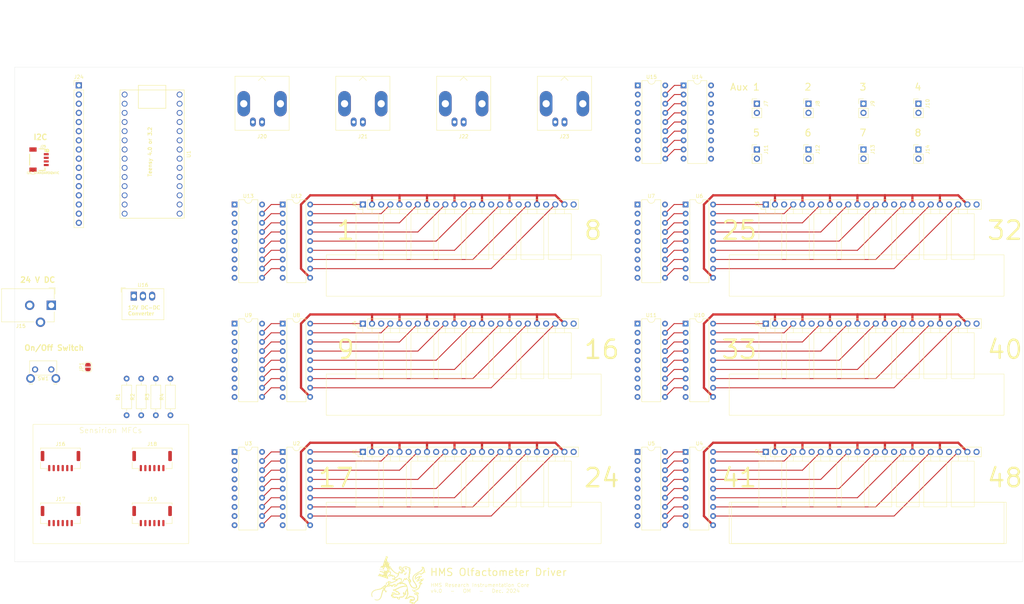
<source format=kicad_pcb>
(kicad_pcb (version 20240108) (generator "pcbnew") (generator_version "8.0")
  (title_block (company "HMS Research Instrumentation Core"))
  (layers (0 "F.Cu" signal) (31 "B.Cu" signal) (34 "B.Paste" user) (35 "F.Paste" user) (36 "B.SilkS" user "B.Silkscreen") (37 "F.SilkS" user "F.Silkscreen") (38 "B.Mask" user) (39 "F.Mask" user) (44 "Edge.Cuts" user))
  (net 0 "")
  (net 1 "Net-(J1-Pin_16)")
  (net 2 "+12V")
  (net 3 "Net-(J1-Pin_10)")
  (net 4 "Net-(JP1-A)")
  (net 5 "Net-(J1-Pin_13)")
  (net 6 "Net-(J1-Pin_22)")
  (net 11 "Net-(J1-Pin_1)")
  (net 15 "Net-(J1-Pin_19)")
  (net 17 "Net-(J1-Pin_4)")
  (net 19 "Net-(J1-Pin_7)")
  (net 20 "Net-(J2-Pin_10)")
  (net 21 "Net-(J2-Pin_7)")
  (net 22 "Net-(J2-Pin_13)")
  (net 25 "Net-(J2-Pin_1)")
  (net 30 "Net-(J2-Pin_4)")
  (net 32 "Net-(J2-Pin_16)")
  (net 37 "Net-(J2-Pin_22)")
  (net 38 "Net-(J2-Pin_19)")
  (net 39 "Net-(J3-Pin_19)")
  (net 41 "Net-(J3-Pin_7)")
  (net 43 "Net-(J3-Pin_4)")
  (net 44 "Net-(J3-Pin_13)")
  (net 47 "Net-(J3-Pin_22)")
  (net 49 "Net-(J3-Pin_1)")
  (net 51 "Net-(J3-Pin_10)")
  (net 53 "Net-(J3-Pin_16)")
  (net 57 "Net-(J4-Pin_22)")
  (net 58 "Net-(J4-Pin_13)")
  (net 59 "Net-(J4-Pin_19)")
  (net 61 "Net-(J4-Pin_16)")
  (net 63 "Net-(J4-Pin_7)")
  (net 66 "Net-(J4-Pin_4)")
  (net 69 "Net-(J4-Pin_1)")
  (net 70 "Net-(J4-Pin_10)")
  (net 71 "Net-(J5-Pin_22)")
  (net 73 "Net-(J5-Pin_13)")
  (net 74 "Net-(J5-Pin_4)")
  (net 75 "Net-(J5-Pin_1)")
  (net 76 "Net-(J5-Pin_7)")
  (net 77 "Net-(J5-Pin_10)")
  (net 80 "Net-(J5-Pin_19)")
  (net 85 "Net-(J5-Pin_16)")
  (net 87 "Net-(J6-Pin_19)")
  (net 93 "Net-(J6-Pin_4)")
  (net 95 "Net-(J6-Pin_10)")
  (net 96 "Net-(J6-Pin_7)")
  (net 97 "Net-(J6-Pin_1)")
  (net 100 "Net-(J6-Pin_22)")
  (net 101 "Net-(J6-Pin_16)")
  (net 102 "Net-(J6-Pin_13)")
  (net 103 "Net-(J7-Pin_1)")
  (net 104 "Net-(J8-Pin_1)")
  (net 105 "Net-(J9-Pin_1)")
  (net 106 "Net-(J10-Pin_1)")
  (net 107 "Net-(J11-Pin_1)")
  (net 108 "Net-(J12-Pin_1)")
  (net 109 "Net-(J13-Pin_1)")
  (net 110 "Net-(J14-Pin_1)")
  (net 111 "GND")
  (net 112 "Net-(J16-Pin_5)")
  (net 113 "/SCL-1")
  (net 114 "+24V")
  (net 115 "/SDA-1")
  (net 118 "Net-(J17-Pin_5)")
  (net 119 "Net-(J18-Pin_5)")
  (net 122 "Net-(J19-Pin_5)")
  (net 123 "Net-(J20-In)")
  (net 124 "Net-(J21-In)")
  (net 125 "Net-(J22-In)")
  (net 126 "Net-(J23-In)")
  (net 127 "Net-(J24-Pin_8)")
  (net 128 "Net-(J24-Pin_5)")
  (net 129 "Net-(J24-Pin_10)")
  (net 130 "+3.3V")
  (net 131 "Net-(J24-Pin_4)")
  (net 132 "Net-(J24-Pin_3)")
  (net 133 "Net-(J24-Pin_11)")
  (net 134 "Net-(J24-Pin_13)")
  (net 135 "Net-(J24-Pin_6)")
  (net 136 "Net-(J24-Pin_15)")
  (net 137 "Net-(J24-Pin_14)")
  (net 138 "Net-(J24-Pin_7)")
  (net 139 "Net-(J24-Pin_12)")
  (net 140 "Net-(J24-Pin_9)")
  (net 141 "SDA-0")
  (net 142 "SCL-0")
  (net 143 "Net-(U2-I7)")
  (net 144 "Net-(U2-I1)")
  (net 145 "Net-(U2-I2)")
  (net 146 "Net-(U2-I4)")
  (net 147 "Net-(U2-I3)")
  (net 148 "Net-(U2-I5)")
  (net 149 "Net-(U2-I8)")
  (net 150 "Net-(U2-I6)")
  (net 154 "Net-(U4-I8)")
  (net 155 "Net-(U4-I4)")
  (net 156 "Net-(U4-I1)")
  (net 157 "Net-(U4-I3)")
  (net 158 "Net-(U4-I5)")
  (net 159 "Net-(U4-I6)")
  (net 160 "Net-(U4-I2)")
  (net 161 "Net-(U4-I7)")
  (net 165 "Net-(U6-I1)")
  (net 166 "Net-(U6-I6)")
  (net 167 "Net-(U6-I4)")
  (net 168 "Net-(U6-I7)")
  (net 169 "Net-(U6-I2)")
  (net 170 "Net-(U6-I5)")
  (net 171 "Net-(U6-I3)")
  (net 172 "Net-(U6-I8)")
  (net 176 "Net-(U8-I6)")
  (net 177 "Net-(U8-I7)")
  (net 178 "Net-(U8-I1)")
  (net 179 "Net-(U8-I8)")
  (net 180 "Net-(U8-I3)")
  (net 181 "Net-(U8-I5)")
  (net 182 "Net-(U8-I2)")
  (net 183 "Net-(U8-I4)")
  (net 187 "Net-(U10-I3)")
  (net 188 "Net-(U10-I6)")
  (net 189 "Net-(U10-I4)")
  (net 190 "Net-(U10-I2)")
  (net 191 "Net-(U10-I1)")
  (net 192 "Net-(U10-I5)")
  (net 193 "Net-(U10-I7)")
  (net 194 "Net-(U10-I8)")
  (net 198 "Net-(U12-I6)")
  (net 199 "Net-(U12-I3)")
  (net 200 "Net-(U12-I2)")
  (net 201 "Net-(U12-I5)")
  (net 202 "Net-(U12-I8)")
  (net 203 "Net-(U12-I7)")
  (net 204 "Net-(U12-I4)")
  (net 205 "Net-(U12-I1)")
  (net 209 "Net-(U14-I2)")
  (net 210 "Net-(U14-I5)")
  (net 211 "Net-(U14-I4)")
  (net 212 "Net-(U14-I1)")
  (net 213 "Net-(U14-I7)")
  (net 214 "Net-(U14-I3)")
  (net 215 "Net-(U14-I8)")
  (net 216 "Net-(U14-I6)")
  (footprint "Package_DIP:DIP-18_W7.62mm" (layer "F.Cu") (at 140.335 106.68)
    (property "Reference" "U8")
    (property "Value" "ULN2803A")
  )
  (footprint "Connector_PinHeader_2.54mm:PinHeader_1x02_P2.54mm_Vertical" (layer "F.Cu") (at 286.084728 45.72)
    (property "Reference" "J8")
    (property "Value" "Conn_01x02" (hide yes))
  )
  (footprint "Connector_PinHeader_2.54mm:PinHeader_1x24_P2.54mm_Vertical" (layer "F.Cu") (at 274.249 106.68 90)
    (property "Reference" "J5")
    (property "Value" "Conn_01x24" (hide yes))
  )
  (footprint "MountingHole:MountingHole_3.2mm_M3" (layer "F.Cu") (at 225.425 128.905 90)
    (property "Reference" "H10" (hide yes))
    (property "Value" "MountingHole" (hide yes))
  )
  (footprint "Resistor_THT:R_Axial_DIN0207_L6.3mm_D2.5mm_P10.16mm_Horizontal" (layer "F.Cu") (at 105.17 132.08 90)
    (property "Reference" "R3")
    (property "Value" "R")
  )
  (footprint "Package_DIP:DIP-18_W7.62mm" (layer "F.Cu") (at 251.46 40.64)
    (property "Reference" "U14")
    (property "Value" "ULN2803A")
  )
  (footprint "RIC Logo Footprints:RIC_Logo_15mm" (layer "F.Cu") (at 172.4025 177.8)
    (property "Reference" "G1" (hide yes))
    (property "Value" "RIC_Logo" (hide yes))
  )
  (footprint "Connector_Molex:Molex_CLIK-Mate_502382-0670_1x06-1MP_P1.25mm_Vertical" (layer "F.Cu") (at 104.14 160.02)
    (property "Reference" "J19")
    (property "Value" "Conn_01x06")
  )
  (footprint "MountingHole:MountingHole_3.2mm_M3" (layer "F.Cu") (at 155.575 128.905 90)
    (property "Reference" "H4" (hide yes))
    (property "Value" "MountingHole" (hide yes))
  )
  (footprint "Connector_PinHeader_2.54mm:PinHeader_1x02_P2.54mm_Vertical" (layer "F.Cu") (at 286.084728 58.42)
    (property "Reference" "J12")
    (property "Value" "Conn_01x02" (hide yes))
  )
  (footprint "MountingHole:MountingHole_3.2mm_M3" (layer "F.Cu") (at 225.425 95.885 90)
    (property "Reference" "H12" (hide yes))
    (property "Value" "MountingHole" (hide yes))
  )
  (footprint "Package_DIP:DIP-18_W7.62mm" (layer "F.Cu") (at 252.024 106.68)
    (property "Reference" "U10")
    (property "Value" "ULN2803A")
  )
  (footprint "Package_DIP:DIP-18_W7.62mm" (layer "F.Cu") (at 238.689 73.66)
    (property "Reference" "U7")
    (property "Value" "MCP23008-xP")
  )
  (footprint "Connector_Molex:Molex_CLIK-Mate_502382-0670_1x06-1MP_P1.25mm_Vertical" (layer "F.Cu") (at 104.14 144.78)
    (property "Reference" "J18")
    (property "Value" "Conn_01x06")
  )
  (footprint "teensy:Teensy40_noInternalPins" (layer "F.Cu") (at 104.14 59.69 -90)
    (property "Reference" "U1")
    (property "Value" "Teensy4.0")
  )
  (footprint "Resistor_THT:R_Axial_DIN0207_L6.3mm_D2.5mm_P10.16mm_Horizontal" (layer "F.Cu") (at 109.22 132.08 90)
    (property "Reference" "R4")
    (property "Value" "R")
  )
  (footprint "Connector_BarrelJack:BarrelJack_CUI_PJ-102AH_Horizontal" (layer "F.Cu") (at 76.2 101.6 -90)
    (property "Reference" "J15")
    (property "Value" "24 V DC")
  )
  (footprint "Connector_Coaxial:BNC_Amphenol_B6252HB-NPP3G-50_Horizontal" (layer "F.Cu") (at 190.5 50.8)
    (property "Reference" "J22")
    (property "Value" "Conn_Coaxial")
  )
  (footprint "Resistor_THT:R_Axial_DIN0207_L6.3mm_D2.5mm_P10.16mm_Horizontal" (layer "F.Cu") (at 101.12 132.08 90)
    (property "Reference" "R2")
    (property "Value" "R")
  )
  (footprint "Jumper:SolderJumper-2_P1.3mm_Open_RoundedPad1.0x1.5mm" (layer "F.Cu") (at 86.36 118.73 90)
    (property "Reference" "JP1")
    (property "Value" "SolderJumper_2_Open")
  )
  (footprint "Package_DIP:DIP-18_W7.62mm" (layer "F.Cu") (at 127 106.68)
    (property "Reference" "U9")
    (property "Value" "MCP23008-xP")
  )
  (footprint "Connector_PinHeader_2.54mm:PinHeader_1x02_P2.54mm_Vertical" (layer "F.Cu") (at 301.324728 58.42)
    (property "Reference" "J13")
    (property "Value" "Conn_01x02" (hide yes))
  )
  (footprint "Connector_PinHeader_2.54mm:PinHeader_1x02_P2.54mm_Vertical" (layer "F.Cu") (at 301.324728 45.72)
    (property "Reference" "J9")
    (property "Value" "Conn_01x02" (hide yes))
  )
  (footprint "Connector_Coaxial:BNC_Amphenol_B6252HB-NPP3G-50_Horizontal" (layer "F.Cu") (at 134.62 50.8)
    (property "Reference" "J20")
    (property "Value" "Conn_Coaxial")
  )
  (footprint "MountingHole:MountingHole_3.2mm_M3" (layer "F.Cu") (at 267.264 128.905 90)
    (property "Reference" "H5" (hide yes))
    (property "Value" "MountingHole" (hide yes))
  )
  (footprint "Package_DIP:DIP-18_W7.62mm" (layer "F.Cu") (at 252.024 142.24)
    (property "Reference" "U4")
    (property "Value" "ULN2803A")
  )
  (footprint "Connector_PinHeader_2.54mm:PinHeader_1x24_P2.54mm_Vertical" (layer "F.Cu") (at 162.56 106.68 90)
    (property "Reference" "J4")
    (property "Value" "Conn_01x24" (hide yes))
  )
  (footprint "Converter_DCDC:Converter_DCDC_RECOM_R-78B-2.0_THT" (layer "F.Cu") (at 99.06 99.06)
    (property "Reference" "U16")
    (property "Value" "R-78B12-2.0")
  )
  (footprint "Connector_PinHeader_2.54mm:PinHeader_1x24_P2.54mm_Vertical" (layer "F.Cu") (at 274.249 142.24 90)
    (property "Reference" "J2")
    (property "Value" "Conn_01x24" (hide yes))
  )
  (footprint "Button_Switch_THT:SW_SPST_Omron_B3F-315x_Angled" (layer "F.Cu") (at 71.7 119.38)
    (property "Reference" "SW1")
    (property "Value" "SW_SPST")
  )
  (footprint "Connector_PinHeader_2.54mm:PinHeader_1x02_P2.54mm_Vertical" (layer "F.Cu") (at 271.78 58.42)
    (property "Reference" "J11")
    (property "Value" "Conn_01x02" (hide yes))
  )
  (footprint "Package_DIP:DIP-18_W7.62mm" (layer "F.Cu") (at 127 73.66)
    (property "Reference" "U13")
    (property "Value" "MCP23008-xP")
  )
  (footprint "MountingHole:MountingHole_3.2mm_M3" (layer "F.Cu") (at 337.114 95.885 90)
    (property "Reference" "H9" (hide yes))
    (property "Value" "MountingHole" (hide yes))
  )
  (footprint "MountingHole:MountingHole_3.2mm_M3" (layer "F.Cu") (at 225.425 164.465 90)
    (property "Reference" "H7" (hide yes))
    (property "Value" "MountingHole" (hide yes))
  )
  (footprint "Package_DIP:DIP-18_W7.62mm" (layer "F.Cu") (at 140.335 142.24)
    (property "Reference" "U2")
    (property "Value" "ULN2803A")
  )
  (footprint "SparkFun-Connectors:1X04_1MM_RA" (layer "F.Cu") (at 74.79284 61.21908 -90)
    (property "Reference" "J25")
    (property "Value" "I2C_STANDARDQWIIC")
  )
  (footprint "Package_DIP:DIP-18_W7.62mm" (layer "F.Cu") (at 238.76 40.64)
    (property "Reference" "U15")
    (property "Value" "MCP23008-xP")
  )
  (footprint "MountingHole:MountingHole_3.2mm_M3" (layer "F.Cu") (at 337.114 164.465 90)
    (property "Reference" "H8" (hide yes))
    (property "Value" "MountingHole" (hide yes))
  )
  (footprint "Resistor_THT:R_Axial_DIN0207_L6.3mm_D2.5mm_P10.16mm_Horizontal" (layer "F.Cu") (at 97.07 132.08 90)
    (property "Reference" "R1")
    (property "Value" "R")
  )
  (footprint "Package_DIP:DIP-18_W7.62mm" (layer "F.Cu") (at 238.689 106.68)
    (property "Reference" "U11")
    (property "Value" "MCP23008-xP")
  )
  (footprint "Connector_PinHeader_2.54mm:PinHeader_1x02_P2.54mm_Vertical" (layer "F.Cu") (at 316.564728 45.72)
    (property "Reference" "J10")
    (property "Value" "Conn_01x02" (hide yes))
  )
  (footprint "Package_DIP:DIP-18_W7.62mm" (layer "F.Cu") (at 238.689 142.24)
    (property "Reference" "U5")
    (property "Value" "MCP23008-xP")
  )
  (footprint "Package_DIP:DIP-18_W7.62mm" (layer "F.Cu") (at 127 142.24)
    (property "Reference" "U3")
    (property "Value" "MCP23008-xP")
  )
  (footprint "Package_DIP:DIP-18_W7.62mm" (layer "F.Cu") (at 140.335 73.66)
    (property "Reference" "U12")
    (property "Value" "ULN2803A")
  )
  (footprint "Connector_PinHeader_2.54mm:PinHeader_1x24_P2.54mm_Vertical" (layer "F.Cu") (at 162.56 73.66 90)
    (property "Reference" "J6")
    (property "Value" "Conn_01x24" (hide yes))
  )
  (footprint "Connector_PinHeader_2.54mm:PinHeader_1x02_P2.54mm_Vertical" (layer "F.Cu") (at 316.564728 58.42)
    (property "Reference" "J14")
    (property "Value" "Conn_01x02" (hide yes))
  )
  (footprint "Connector_Coaxial:BNC_Amphenol_B6252HB-NPP3G-50_Horizontal" (layer "F.Cu") (at 162.56 50.8)
    (property "Reference" "J21")
    (property "Value" "Conn_Coaxial")
  )
  (footprint "MountingHole:MountingHole_3.2mm_M3" (layer "F.Cu") (at 267.264 95.885 90)
    (property "Reference" "H3" (hide yes))
    (property "Value" "MountingHole" (hide yes))
  )
  (footprint "Package_DIP:DIP-18_W7.62mm" (layer "F.Cu") (at 252.024 73.66)
    (property "Reference" "U6")
    (property "Value" "ULN2803A")
  )
  (footprint "Connector_Molex:Molex_CLIK-Mate_502382-0670_1x06-1MP_P1.25mm_Vertical" (layer "F.Cu") (at 78.74 144.78)
    (property "Reference" "J16")
    (property "Value" "Conn_01x06")
  )
  (footprint "Connector_PinHeader_2.54mm:PinHeader_1x02_P2.54mm_Vertical" (layer "F.Cu") (at 271.78 45.72)
    (property "Reference" "J7")
    (property "Value" "Conn_01x02" (hide yes))
  )
  (footprint "MountingHole:MountingHole_3.2mm_M3" (layer "F.Cu") (at 267.264 164.465 90)
    (property "Reference" "H2" (hide yes))
    (property "Value" "MountingHole" (hide yes))
  )
  (footprint "MountingHole:MountingHole_3.2mm_M3" (layer "F.Cu") (at 155.575 95.885 90)
    (property "Reference" "H6" (hide yes))
    (property "Value" "MountingHole" (hide yes))
  )
  (footprint "Connector_PinHeader_2.54mm:PinHeader_1x16_P2.54mm_Vertical" (layer "F.Cu") (at 83.82 40.64)
    (property "Reference" "J24")
    (property "Value" "Conn_01x16")
  )
  (footprint "Connector_PinHeader_2.54mm:PinHeader_1x24_P2.54mm_Vertical" (layer "F.Cu") (at 274.249 73.66 90)
    (property "Reference" "J3")
    (property "Value" "Conn_01x24" (hide yes))
  )
  (footprint "MountingHole:MountingHole_3.2mm_M3" (layer "F.Cu") (at 337.114 128.905 90)
    (property "Reference" "H11" (hide yes))
    (property "Value" "MountingHole" (hide yes))
  )
  (footprint "Connector_Coaxial:BNC_Amphenol_B6252HB-NPP3G-50_Horizontal" (layer "F.Cu") (at 218.44 50.8)
    (property "Reference" "J23")
    (property "Value" "Conn_Coaxial")
  )
  (footprint "MountingHole:MountingHole_3.2mm_M3" (layer "F.Cu") (at 155.575 164.465 90)
    (property "Reference" "H1" (hide yes))
    (property "Value" "MountingHole" (hide yes))
  )
  (footprint "Connector_PinHeader_2.54mm:PinHeader_1x24_P2.54mm_Vertical" (layer "F.Cu") (at 162.56 142.24 90)
    (property "Reference" "J1")
    (property "Value" "Conn_01x24" (hide yes))
  )
  (footprint "Connector_Molex:Molex_CLIK-Mate_502382-0670_1x06-1MP_P1.25mm_Vertical" (layer "F.Cu") (at 78.74 160.02)
    (property "Reference" "J17")
    (property "Value" "Conn_01x06")
  )
  (gr_rect (start 168.275 109.22) (end 174.625 121.92) (stroke (width 0.1)) (fill none) (layer "F.SilkS"))
  (gr_line (start 200.66 144.78) (end 200.66 142.24) (stroke (width 0.1)) (layer "F.SilkS"))
  (gr_line (start 319.969 109.22) (end 319.969 106.68) (stroke (width 0.1)) (layer "F.SilkS"))
  (gr_line (start 193.04 109.22) (end 193.04 106.68) (stroke (width 0.1)) (layer "F.SilkS"))
  (gr_line (start 210.82 142.24) (end 210.82 144.78) (stroke (width 0.1)) (layer "F.SilkS"))
  (gr_line (start 284.409 73.66) (end 284.409 76.2) (stroke (width 0.1)) (layer "F.SilkS"))
  (gr_line (start 165.1 142.24) (end 165.1 144.78) (stroke (width 0.1)) (layer "F.SilkS"))
  (gr_line (start 172.72 73.66) (end 172.72 76.2) (stroke (width 0.1)) (layer "F.SilkS"))
  (gr_line (start 215.9 109.22) (end 215.9 106.68) (stroke (width 0.1)) (layer "F.SilkS"))
  (gr_line (start 218.44 73.66) (end 218.44 76.2) (stroke (width 0.1)) (layer "F.SilkS"))
  (gr_line (start 210.82 73.66) (end 210.82 76.2) (stroke (width 0.1)) (layer "F.SilkS"))
  (gr_rect (start 160.655 109.22) (end 167.005 121.92) (stroke (width 0.1)) (fill none) (layer "F.SilkS"))
  (gr_rect (start 287.584 109.22) (end 293.934 121.92) (stroke (width 0.1)) (fill none) (layer "F.SilkS"))
  (gr_line (start 162.56 76.2) (end 162.56 73.66) (stroke (width 0.1)) (layer "F.SilkS"))
  (gr_line (start 203.2 73.66) (end 203.2 76.2) (stroke (width 0.1)) (layer "F.SilkS"))
  (gr_line (start 327.589 76.2) (end 327.589 73.66) (stroke (width 0.1)) (layer "F.SilkS"))
  (gr_rect (start 183.515 109.22) (end 189.865 121.92) (stroke (width 0.1)) (fill none) (layer "F.SilkS"))
  (gr_rect (start 198.755 144.78) (end 205.105 157.48) (stroke (width 0.1)) (fill none) (layer "F.SilkS"))
  (gr_line (start 299.649 106.68) (end 299.649 109.22) (stroke (width 0.1)) (layer "F.SilkS"))
  (gr_line (start 312.349 76.2) (end 312.349 73.66) (stroke (width 0.1)) (layer "F.SilkS"))
  (gr_rect (start 213.995 144.78) (end 220.345 157.48) (stroke (width 0.1)) (fill none) (layer "F.SilkS"))
  (gr_line (start 172.72 142.24) (end 172.72 144.78) (stroke (width 0.1)) (layer "F.SilkS"))
  (gr_rect (start 175.895 76.2) (end 182.245 88.9) (stroke (width 0.1)) (fill none) (layer "F.SilkS"))
  (gr_line (start 297.109 109.22) (end 297.109 106.68) (stroke (width 0.1)) (layer "F.SilkS"))
  (gr_line (start 165.1 73.66) (end 165.1 76.2) (stroke (width 0.1)) (layer "F.SilkS"))
  (gr_line (start 203.2 142.24) (end 203.2 144.78) (stroke (width 0.1)) (layer "F.SilkS"))
  (gr_rect (start 206.375 76.2) (end 212.725 88.9) (stroke (width 0.1)) (fill none) (layer "F.SilkS"))
  (gr_line (start 177.8 76.2) (end 177.8 73.66) (stroke (width 0.1)) (layer "F.SilkS"))
  (gr_line (start 327.589 144.78) (end 327.589 142.24) (stroke (width 0.1)) (layer "F.SilkS"))
  (gr_line (start 215.9 76.2) (end 215.9 73.66) (stroke (width 0.1)) (layer "F.SilkS"))
  (gr_line (start 289.489 109.22) (end 289.489 106.68) (stroke (width 0.1)) (layer "F.SilkS"))
  (gr_rect (start 264.724 156.21) (end 340.924 167.64) (stroke (width 0.1)) (fill none) (layer "F.SilkS"))
  (gr_line (start 185.42 76.2) (end 185.42 73.66) (stroke (width 0.1)) (layer "F.SilkS"))
  (gr_line (start 185.42 109.22) (end 185.42 106.68) (stroke (width 0.1)) (layer "F.SilkS"))
  (gr_line (start 170.18 109.22) (end 170.18 106.68) (stroke (width 0.1)) (layer "F.SilkS"))
  (gr_line (start 172.72 106.68) (end 172.72 109.22) (stroke (width 0.1)) (layer "F.SilkS"))
  (gr_rect (start 287.584 144.78) (end 293.934 157.48) (stroke (width 0.1)) (fill none) (layer "F.SilkS"))
  (gr_line (start 200.66 76.2) (end 200.66 73.66) (stroke (width 0.1)) (layer "F.SilkS"))
  (gr_rect (start 160.655 76.2) (end 167.005 88.9) (stroke (width 0.1)) (fill none) (layer "F.SilkS"))
  (gr_line (start 297.109 76.2) (end 297.109 73.66) (stroke (width 0.1)) (layer "F.SilkS"))
  (gr_rect (start 302.824 144.78) (end 309.174 157.48) (stroke (width 0.1)) (fill none) (layer "F.SilkS"))
  (gr_line (start 322.509 142.24) (end 322.509 144.78) (stroke (width 0.1)) (layer "F.SilkS"))
  (gr_line (start 289.489 76.2) (end 289.489 73.66) (stroke (width 0.1)) (layer "F.SilkS"))
  (gr_line (start 330.129 142.24) (end 330.129 144.78) (stroke (width 0.1)) (layer "F.SilkS"))
  (gr_line (start 208.28 76.2) (end 208.28 73.66) (stroke (width 0.1)) (layer "F.SilkS"))
  (gr_rect (start 175.895 109.22) (end 182.245 121.92) (stroke (width 0.1)) (fill none) (layer "F.SilkS"))
  (gr_rect (start 295.204 144.78) (end 301.554 157.48) (stroke (width 0.1)) (fill none) (layer "F.SilkS"))
  (gr_line (start 307.269 142.24) (end 307.269 144.78) (stroke (width 0.1)) (layer "F.SilkS"))
  (gr_rect (start 71.12 134.62) (end 114.3 167.64) (stroke (width 0.1)) (fill none) (layer "F.SilkS"))
  (gr_line (start 215.9 144.78) (end 215.9 142.24) (stroke (width 0.1)) (layer "F.SilkS"))
  (gr_rect (start 272.344 109.22) (end 278.694 121.92) (stroke (width 0.1)) (fill none) (layer "F.SilkS"))
  (gr_line (start 187.96 142.24) (end 187.96 144.78) (stroke (width 0.1)) (layer "F.SilkS"))
  (gr_rect (start 191.135 76.2) (end 197.485 88.9) (stroke (width 0.1)) (fill none) (layer "F.SilkS"))
  (gr_line (start 218.44 106.68) (end 218.44 109.22) (stroke (width 0.1)) (layer "F.SilkS"))
  (gr_line (start 203.2 106.68) (end 203.2 109.22) (stroke (width 0.1)) (layer "F.SilkS"))
  (gr_rect (start 198.755 76.2) (end 205.105 88.9) (stroke (width 0.1)) (fill none) (layer "F.SilkS"))
  (gr_rect (start 264.089 87.63) (end 340.289 99.06) (stroke (width 0.1)) (fill none) (layer "F.SilkS"))
  (gr_line (start 314.889 73.66) (end 314.889 76.2) (stroke (width 0.1)) (layer "F.SilkS"))
  (gr_line (start 170.18 144.78) (end 170.18 142.24) (stroke (width 0.1)) (layer "F.SilkS"))
  (gr_rect (start 310.444 76.2) (end 316.794 88.9) (stroke (width 0.1)) (fill none) (layer "F.SilkS"))
  (gr_rect (start 325.684 76.2) (end 332.034 88.9) (stroke (width 0.1)) (fill none) (layer "F.SilkS"))
  (gr_line (start 307.269 106.68) (end 307.269 109.22) (stroke (width 0.1)) (layer "F.SilkS"))
  (gr_rect (start 168.275 144.78) (end 174.625 157.48) (stroke (width 0.1)) (fill none) (layer "F.SilkS"))
  (gr_rect (start 295.204 109.22) (end 301.554 121.92) (stroke (width 0.1)) (fill none) (layer "F.SilkS"))
  (gr_rect (start 279.964 76.2) (end 286.314 88.9) (stroke (width 0.1)) (fill none) (layer "F.SilkS"))
  (gr_line (start 319.969 76.2) (end 319.969 73.66) (stroke (width 0.1)) (layer "F.SilkS"))
  (gr_line (start 314.889 106.68) (end 314.889 109.22) (stroke (width 0.1)) (layer "F.SilkS"))
  (gr_rect (start 183.515 76.2) (end 189.865 88.9) (stroke (width 0.1)) (fill none) (layer "F.SilkS"))
  (gr_rect (start 191.135 109.22) (end 197.485 121.92) (stroke (width 0.1)) (fill none) (layer "F.SilkS"))
  (gr_rect (start 325.684 109.22) (end 332.034 121.92) (stroke (width 0.1)) (fill none) (layer "F.SilkS"))
  (gr_rect (start 191.135 144.78) (end 197.485 157.48) (stroke (width 0.1)) (fill none) (layer "F.SilkS"))
  (gr_rect (start 318.064 109.22) (end 324.414 121.92) (stroke (width 0.1)) (fill none) (layer "F.SilkS"))
  (gr_line (start 276.789 106.68) (end 276.789 109.22) (stroke (width 0.1)) (layer "F.SilkS"))
  (gr_rect (start 213.995 76.2) (end 220.345 88.9) (stroke (width 0.1)) (fill none) (layer "F.SilkS"))
  (gr_line (start 322.509 106.68) (end 322.509 109.22) (stroke (width 0.1)) (layer "F.SilkS"))
  (gr_line (start 276.789 142.24) (end 276.789 144.78) (stroke (width 0.1)) (layer "F.SilkS"))
  (gr_line (start 292.029 73.66) (end 292.029 76.2) (stroke (width 0.1)) (layer "F.SilkS"))
  (gr_rect (start 287.584 76.2) (end 293.934 88.9) (stroke (width 0.1)) (fill none) (layer "F.SilkS"))
  (gr_line (start 281.869 144.78) (end 281.869 142.24) (stroke (width 0.1)) (layer "F.SilkS"))
  (gr_line (start 193.04 76.2) (end 193.04 73.66) (stroke (width 0.1)) (layer "F.SilkS"))
  (gr_rect (start 272.344 76.2) (end 278.694 88.9) (stroke (width 0.1)) (fill none) (layer "F.SilkS"))
  (gr_line (start 162.56 109.22) (end 162.56 106.68) (stroke (width 0.1)) (layer "F.SilkS"))
  (gr_line (start 218.44 142.24) (end 218.44 144.78) (stroke (width 0.1)) (layer "F.SilkS"))
  (gr_line (start 304.729 76.2) (end 304.729 73.66) (stroke (width 0.1)) (layer "F.SilkS"))
  (gr_line (start 292.029 106.68) (end 292.029 109.22) (stroke (width 0.1)) (layer "F.SilkS"))
  (gr_line (start 304.729 109.22) (end 304.729 106.68) (stroke (width 0.1)) (layer "F.SilkS"))
  (gr_line (start 299.649 142.24) (end 299.649 144.78) (stroke (width 0.1)) (layer "F.SilkS"))
  (gr_line (start 180.34 73.66) (end 180.34 76.2) (stroke (width 0.1)) (layer "F.SilkS"))
  (gr_line (start 284.409 142.24) (end 284.409 144.78) (stroke (width 0.1)) (layer "F.SilkS"))
  (gr_line (start 276.789 73.66) (end 276.789 76.2) (stroke (width 0.1)) (layer "F.SilkS"))
  (gr_line (start 177.8 144.78) (end 177.8 142.24) (stroke (width 0.1)) (layer "F.SilkS"))
  (gr_line (start 281.869 76.2) (end 281.869 73.66) (stroke (width 0.1)) (layer "F.SilkS"))
  (gr_line (start 312.349 109.22) (end 312.349 106.68) (stroke (width 0.1)) (layer "F.SilkS"))
  (gr_line (start 322.509 73.66) (end 322.509 76.2) (stroke (width 0.1)) (layer "F.SilkS"))
  (gr_rect (start 152.4 156.21) (end 228.6 167.64) (stroke (width 0.1)) (fill none) (layer "F.SilkS"))
  (gr_rect (start 310.444 109.22) (end 316.794 121.92) (stroke (width 0.1)) (fill none) (layer "F.SilkS"))
  (gr_line (start 289.489 144.78) (end 289.489 142.24) (stroke (width 0.1)) (layer "F.SilkS"))
  (gr_rect (start 168.275 76.2) (end 174.625 88.9) (stroke (width 0.1)) (fill none) (layer "F.SilkS"))
  (gr_rect (start 183.515 144.78) (end 189.865 157.48) (stroke (width 0.1)) (fill none) (layer "F.SilkS"))
  (gr_line (start 330.129 73.66) (end 330.129 76.2) (stroke (width 0.1)) (layer "F.SilkS"))
  (gr_line (start 284.409 106.68) (end 284.409 109.22) (stroke (width 0.1)) (layer "F.SilkS"))
  (gr_rect (start 295.204 76.2) (end 301.554 88.9) (stroke (width 0.1)) (fill none) (layer "F.SilkS"))
  (gr_line (start 307.269 73.66) (end 307.269 76.2) (stroke (width 0.1)) (layer "F.SilkS"))
  (gr_line (start 177.8 109.22) (end 177.8 106.68) (stroke (width 0.1)) (layer "F.SilkS"))
  (gr_line (start 274.249 76.2) (end 274.249 73.66) (stroke (width 0.1)) (layer "F.SilkS"))
  (gr_line (start 327.589 109.22) (end 327.589 106.68) (stroke (width 0.1)) (layer "F.SilkS"))
  (gr_rect (start 279.964 109.22) (end 286.314 121.92) (stroke (width 0.1)) (fill none) (layer "F.SilkS"))
  (gr_line (start 187.96 106.68) (end 187.96 109.22) (stroke (width 0.1)) (layer "F.SilkS"))
  (gr_line (start 180.34 142.24) (end 180.34 144.78) (stroke (width 0.1)) (layer "F.SilkS"))
  (gr_line (start 195.58 142.24) (end 195.58 144.78) (stroke (width 0.1)) (layer "F.SilkS"))
  (gr_line (start 180.34 106.68) (end 180.34 109.22) (stroke (width 0.1)) (layer "F.SilkS"))
  (gr_line (start 274.249 144.78) (end 274.249 142.24) (stroke (width 0.1)) (layer "F.SilkS"))
  (gr_rect (start 160.655 144.78) (end 167.005 157.48) (stroke (width 0.1)) (fill none) (layer "F.SilkS"))
  (gr_line (start 195.58 73.66) (end 195.58 76.2) (stroke (width 0.1)) (layer "F.SilkS"))
  (gr_line (start 292.029 142.24) (end 292.029 144.78) (stroke (width 0.1)) (layer "F.SilkS"))
  (gr_line (start 165.1 106.68) (end 165.1 109.22) (stroke (width 0.1)) (layer "F.SilkS"))
  (gr_rect (start 264.089 120.65) (end 340.289 132.08) (stroke (width 0.1)) (fill none) (layer "F.SilkS"))
  (gr_line (start 297.109 144.78) (end 297.109 142.24) (stroke (width 0.1)) (layer "F.SilkS"))
  (gr_rect (start 318.064 144.78) (end 324.414 157.48) (stroke (width 0.1)) (fill none) (layer "F.SilkS"))
  (gr_line (start 162.56 144.78) (end 162.56 142.24) (stroke (width 0.1)) (layer "F.SilkS"))
  (gr_rect (start 175.895 144.78) (end 182.245 157.48) (stroke (width 0.1)) (fill none) (layer "F.SilkS"))
  (gr_rect (start 152.4 120.65) (end 228.6 132.08) (stroke (width 0.1)) (fill none) (layer "F.SilkS"))
  (gr_rect (start 279.964 144.78) (end 286.314 157.48) (stroke (width 0.1)) (fill none) (layer "F.SilkS"))
  (gr_line (start 319.969 144.78) (end 319.969 142.24) (stroke (width 0.1)) (layer "F.SilkS"))
  (gr_line (start 200.66 109.22) (end 200.66 106.68) (stroke (width 0.1)) (layer "F.SilkS"))
  (gr_rect (start 213.995 109.22) (end 220.345 121.92) (stroke (width 0.1)) (fill none) (layer "F.SilkS"))
  (gr_rect (start 206.375 109.22) (end 212.725 121.92) (stroke (width 0.1)) (fill none) (layer "F.SilkS"))
  (gr_rect (start 272.344 144.78) (end 278.694 157.48) (stroke (width 0.1)) (fill none) (layer "F.SilkS"))
  (gr_line (start 274.249 109.22) (end 274.249 106.68) (stroke (width 0.1)) (layer "F.SilkS"))
  (gr_line (start 210.82 106.68) (end 210.82 109.22) (stroke (width 0.1)) (layer "F.SilkS"))
  (gr_line (start 187.96 73.66) (end 187.96 76.2) (stroke (width 0.1)) (layer "F.SilkS"))
  (gr_line (start 208.28 144.78) (end 208.28 142.24) (stroke (width 0.1)) (layer "F.SilkS"))
  (gr_rect (start 264.089 156.21) (end 340.289 167.64) (stroke (width 0.1)) (fill none) (layer "F.SilkS"))
  (gr_rect (start 206.375 144.78) (end 212.725 157.48) (stroke (width 0.1)) (fill none) (layer "F.SilkS"))
  (gr_rect (start 318.064 76.2) (end 324.414 88.9) (stroke (width 0.1)) (fill none) (layer "F.SilkS"))
  (gr_line (start 193.04 144.78) (end 193.04 142.24) (stroke (width 0.1)) (layer "F.SilkS"))
  (gr_line (start 208.28 109.22) (end 208.28 106.68) (stroke (width 0.1)) (layer "F.SilkS"))
  (gr_line (start 330.129 106.68) (end 330.129 109.22) (stroke (width 0.1)) (layer "F.SilkS"))
  (gr_line (start 185.42 144.78) (end 185.42 142.24) (stroke (width 0.1)) (layer "F.SilkS"))
  (gr_rect (start 302.824 76.2) (end 309.174 88.9) (stroke (width 0.1)) (fill none) (layer "F.SilkS"))
  (gr_line (start 170.18 76.2) (end 170.18 73.66) (stroke (width 0.1)) (layer "F.SilkS"))
  (gr_rect (start 310.444 144.78) (end 316.794 157.48) (stroke (width 0.1)) (fill none) (layer "F.SilkS"))
  (gr_rect (start 325.684 144.78) (end 332.034 157.48) (stroke (width 0.1)) (fill none) (layer "F.SilkS"))
  (gr_rect (start 198.755 109.22) (end 205.105 121.92) (stroke (width 0.1)) (fill none) (layer "F.SilkS"))
  (gr_line (start 312.349 144.78) (end 312.349 142.24) (stroke (width 0.1)) (layer "F.SilkS"))
  (gr_rect (start 152.4 87.63) (end 228.6 99.06) (stroke (width 0.1)) (fill none) (layer "F.SilkS"))
  (gr_line (start 195.58 106.68) (end 195.58 109.22) (stroke (width 0.1)) (layer "F.SilkS"))
  (gr_rect (start 302.824 109.22) (end 309.174 121.92) (stroke (width 0.1)) (fill none) (layer "F.SilkS"))
  (gr_line (start 281.869 109.22) (end 281.869 106.68) (stroke (width 0.1)) (layer "F.SilkS"))
  (gr_line (start 304.729 144.78) (end 304.729 142.24) (stroke (width 0.1)) (layer "F.SilkS"))
  (gr_line (start 314.889 142.24) (end 314.889 144.78) (stroke (width 0.1)) (layer "F.SilkS"))
  (gr_line (start 299.649 73.66) (end 299.649 76.2) (stroke (width 0.1)) (layer "F.SilkS"))
  (gr_rect (start 66.04 35.56) (end 345.44 172.72) (stroke (width 0.05)) (fill none) (layer "Edge.Cuts"))
  (gr_text "HMS Research Instrumentation Core\nv4.0   -   OM   -   Dec. 2024" (at 181.2925 181.356 0) (layer "F.SilkS") (effects (font (size 1 1) (thickness 0.1)) (justify left bottom)))
  (gr_text "Teensy 4.0 or 3.2" (at 104.14 66.04 90) (layer "F.SilkS") (effects (font (size 1.016 1.016) (thickness 0.1905)) (justify left bottom)))
  (gr_text "1" (at 154.94 83.82 0) (layer "F.SilkS") (effects (font (size 5.08 5.08) (thickness 0.635)) (justify left bottom)))
  (gr_text "48" (at 335.28 152.4 0) (layer "F.SilkS") (effects (font (size 5.08 5.08) (thickness 0.635)) (justify left bottom)))
  (gr_text "8" (at 317.5 54.911829 0) (layer "F.SilkS") (effects (font (size 1.905 1.905) (thickness 0.254)) (justify right bottom)))
  (gr_text "32" (at 335.28 83.82 0) (layer "F.SilkS") (effects (font (size 5.08 5.08) (thickness 0.635)) (justify left bottom)))
  (gr_text "9" (at 154.94 116.84 0) (layer "F.SilkS") (effects (font (size 5.08 5.08) (thickness 0.635)) (justify left bottom)))
  (gr_text "5" (at 272.715272 54.911829 0) (layer "F.SilkS") (effects (font (size 1.905 1.905) (thickness 0.254)) (justify right bottom)))
  (gr_text "I2C" (at 71.12 55.88 0) (layer "F.SilkS") (effects (font (size 1.524 1.524) (thickness 0.3048) (bold yes)) (justify left bottom)))
  (gr_text "4" (at 317.5 42.211829 0) (layer "F.SilkS") (effects (font (size 1.905 1.905) (thickness 0.254)) (justify right bottom)))
  (gr_text "16" (at 223.52 116.84 0) (layer "F.SilkS") (effects (font (size 5.08 5.08) (thickness 0.635)) (justify left bottom)))
  (gr_text "41" (at 261.62 152.4 0) (layer "F.SilkS") (effects (font (size 5.08 5.08) (thickness 0.635)) (justify left bottom)))
  (gr_text "8" (at 223.52 83.82 0) (layer "F.SilkS") (effects (font (size 5.08 5.08) (thickness 0.635)) (justify left bottom)))
  (gr_text "Aux 1" (at 272.715272 42.211829 0) (layer "F.SilkS") (effects (font (size 1.905 1.905) (thickness 0.254)) (justify right bottom)))
  (gr_text "24" (at 223.52 152.4 0) (layer "F.SilkS") (effects (font (size 5.08 5.08) (thickness 0.635)) (justify left bottom)))
  (gr_text "40" (at 335.28 116.84 0) (layer "F.SilkS") (effects (font (size 5.08 5.08) (thickness 0.635)) (justify left bottom)))
  (gr_text "17" (at 149.86 152.4 0) (layer "F.SilkS") (effects (font (size 5.08 5.08) (thickness 0.635)) (justify left bottom)))
  (gr_text "Sensirion MFCs" (at 83.82 137.16 0) (layer "F.SilkS") (effects (font (size 1.524 1.524) (thickness 0.1)) (justify left bottom)))
  (gr_text "3" (at 302.26 42.211829 0) (layer "F.SilkS") (effects (font (size 1.905 1.905) (thickness 0.254)) (justify right bottom)))
  (gr_text "6" (at 287.02 54.911829 0) (layer "F.SilkS") (effects (font (size 1.905 1.905) (thickness 0.254)) (justify right bottom)))
  (gr_text "HMS Olfactometer Driver" (at 181.0385 176.784 0) (layer "F.SilkS") (effects (font (size 2.032 2.032) (thickness 0.254)) (justify left bottom)))
  (gr_text "7" (at 302.26 54.911829 0) (layer "F.SilkS") (effects (font (size 1.905 1.905) (thickness 0.254)) (justify right bottom)))
  (gr_text "2" (at 287.02 42.211829 0) (layer "F.SilkS") (effects (font (size 1.905 1.905) (thickness 0.254)) (justify right bottom)))
  (gr_text "On/Off Switch" (at 68.58 114.3 0) (layer "F.SilkS") (effects (font (size 1.524 1.524) (thickness 0.3048) (bold yes)) (justify left bottom)))
  (gr_text "12V DC-DC \nConverter" (at 97.356134 104.481391 0) (layer "F.SilkS") (effects (font (size 1.016 1.016) (thickness 0.1905)) (justify left bottom)))
  (gr_text "33" (at 261.62 116.84 0) (layer "F.SilkS") (effects (font (size 5.08 5.08) (thickness 0.635)) (justify left bottom)))
  (gr_text "25" (at 261.62 83.82 0) (layer "F.SilkS") (effects (font (size 5.08 5.08) (thickness 0.635)) (justify left bottom)))
  (segment (start 147.955 154.94) (end 187.96 154.94) (width 0.254) (layer "F.Cu") (net 1))
  (segment (start 187.96 154.94) (end 200.66 142.24) (width 0.254) (layer "F.Cu") (net 1))
  (segment (start 165.1 104.14) (end 147.955 104.14) (width 0.635) (layer "F.Cu") (net 2))
  (segment (start 257.104 160.02) (end 259.644 162.56) (width 0.635) (layer "F.Cu") (net 2))
  (segment (start 307.269 73.66) (end 307.269 71.12) (width 0.635) (layer "F.Cu") (net 2))
  (segment (start 276.789 104.14) (end 259.644 104.14) (width 0.635) (layer "F.Cu") (net 2))
  (segment (start 284.409 71.12) (end 292.029 71.12) (width 0.635) (layer "F.Cu") (net 2))
  (segment (start 145.415 73.66) (end 145.415 91.44) (width 0.635) (layer "F.Cu") (net 2))
  (segment (start 292.029 106.68) (end 292.029 104.14) (width 0.635) (layer "F.Cu") (net 2))
  (segment (start 172.72 104.14) (end 180.34 104.14) (width 0.635) (layer "F.Cu") (net 2))
  (segment (start 299.649 73.66) (end 299.649 71.12) (width 0.635) (layer "F.Cu") (net 2))
  (segment (start 292.029 71.12) (end 299.649 71.12) (width 0.635) (layer "F.Cu") (net 2))
  (segment (start 145.415 160.02) (end 147.955 162.56) (width 0.635) (layer "F.Cu") (net 2))
  (segment (start 322.509 73.66) (end 322.509 71.12) (width 0.635) (layer "F.Cu") (net 2))
  (segment (start 322.509 106.68) (end 322.509 104.14) (width 0.635) (layer "F.Cu") (net 2))
  (segment (start 180.34 106.68) (end 180.34 104.14) (width 0.635) (layer "F.Cu") (net 2))
  (segment (start 299.649 142.24) (end 299.649 139.7) (width 0.635) (layer "F.Cu") (net 2))
  (segment (start 180.34 73.66) (end 180.34 71.12) (width 0.635) (layer "F.Cu") (net 2))
  (segment (start 180.34 139.7) (end 187.96 139.7) (width 0.635) (layer "F.Cu") (net 2))
  (segment (start 172.72 139.7) (end 180.34 139.7) (width 0.635) (layer "F.Cu") (net 2))
  (segment (start 195.58 139.7) (end 203.2 139.7) (width 0.635) (layer "F.Cu") (net 2))
  (segment (start 172.72 106.68) (end 172.72 104.14) (width 0.635) (layer "F.Cu") (net 2))
  (segment (start 203.2 71.12) (end 210.82 71.12) (width 0.635) (layer "F.Cu") (net 2))
  (segment (start 276.789 139.7) (end 259.644 139.7) (width 0.635) (layer "F.Cu") (net 2))
  (segment (start 284.409 106.68) (end 284.409 104.14) (width 0.635) (layer "F.Cu") (net 2))
  (segment (start 327.589 71.12) (end 330.129 73.66) (width 0.635) (layer "F.Cu") (net 2))
  (segment (start 307.269 71.12) (end 314.889 71.12) (width 0.635) (layer "F.Cu") (net 2))
  (segment (start 165.1 73.66) (end 165.1 71.12) (width 0.635) (layer "F.Cu") (net 2))
  (segment (start 210.82 142.24) (end 210.82 139.7) (width 0.635) (layer "F.Cu") (net 2))
  (segment (start 195.58 104.14) (end 203.2 104.14) (width 0.635) (layer "F.Cu") (net 2))
  (segment (start 327.589 139.7) (end 330.129 142.24) (width 0.635) (layer "F.Cu") (net 2))
  (segment (start 284.409 139.7) (end 292.029 139.7) (width 0.635) (layer "F.Cu") (net 2))
  (segment (start 165.1 142.24) (end 165.1 139.7) (width 0.635) (layer "F.Cu") (net 2))
  (segment (start 314.889 106.68) (end 314.889 104.14) (width 0.635) (layer "F.Cu") (net 2))
  (segment (start 284.409 142.24) (end 284.409 139.7) (width 0.635) (layer "F.Cu") (net 2))
  (segment (start 147.955 71.12) (end 145.415 73.66) (width 0.635) (layer "F.Cu") (net 2))
  (segment (start 292.029 142.24) (end 292.029 139.7) (width 0.635) (layer "F.Cu") (net 2))
  (segment (start 203.2 142.24) (end 203.2 139.7) (width 0.635) (layer "F.Cu") (net 2))
  (segment (start 292.029 73.66) (end 292.029 71.12) (width 0.635) (layer "F.Cu") (net 2))
  (segment (start 257.104 106.68) (end 257.104 124.46) (width 0.635) (layer "F.Cu") (net 2))
  (segment (start 284.409 104.14) (end 292.029 104.14) (width 0.635) (layer "F.Cu") (net 2))
  (segment (start 257.104 124.46) (end 259.644 127) (width 0.635) (layer "F.Cu") (net 2))
  (segment (start 322.509 139.7) (end 327.589 139.7) (width 0.635) (layer "F.Cu") (net 2))
  (segment (start 215.9 139.7) (end 218.44 142.24) (width 0.635) (layer "F.Cu") (net 2))
  (segment (start 145.415 106.68) (end 145.415 124.46) (width 0.635) (layer "F.Cu") (net 2))
  (segment (start 292.029 139.7) (end 299.649 139.7) (width 0.635) (layer "F.Cu") (net 2))
  (segment (start 195.58 106.68) (end 195.58 104.14) (width 0.635) (layer "F.Cu") (net 2))
  (segment (start 257.104 91.44) (end 259.644 93.98) (width 0.635) (layer "F.Cu") (net 2))
  (segment (start 299.649 106.68) (end 299.649 104.14) (width 0.635) (layer "F.Cu") (net 2))
  (segment (start 165.1 139.7) (end 147.955 139.7) (width 0.635) (layer "F.Cu") (net 2))
  (segment (start 195.58 71.12) (end 203.2 71.12) (width 0.635) (layer "F.Cu") (net 2))
  (segment (start 215.9 71.12) (end 218.44 73.66) (width 0.635) (layer "F.Cu") (net 2))
  (segment (start 276.789 142.24) (end 276.789 139.7) (width 0.635) (layer "F.Cu") (net 2))
  (segment (start 203.2 73.66) (end 203.2 71.12) (width 0.635) (layer "F.Cu") (net 2))
  (segment (start 257.104 73.66) (end 257.104 91.44) (width 0.635) (layer "F.Cu") (net 2))
  (segment (start 165.1 71.12) (end 172.72 71.12) (width 0.635) (layer "F.Cu") (net 2))
  (segment (start 172.72 142.24) (end 172.72 139.7) (width 0.635) (layer "F.Cu") (net 2))
  (segment (start 165.1 104.14) (end 172.72 104.14) (width 0.635) (layer "F.Cu") (net 2))
  (segment (start 314.889 71.12) (end 322.509 71.12) (width 0.635) (layer "F.Cu") (net 2))
  (segment (start 259.644 139.7) (end 257.104 142.24) (width 0.635) (layer "F.Cu") (net 2))
  (segment (start 165.1 139.7) (end 172.72 139.7) (width 0.635) (layer "F.Cu") (net 2))
  (segment (start 322.509 142.24) (end 322.509 139.7) (width 0.635) (layer "F.Cu") (net 2))
  (segment (start 276.789 73.66) (end 276.789 71.12) (width 0.635) (layer "F.Cu") (net 2))
  (segment (start 299.649 139.7) (end 307.269 139.7) (width 0.635) (layer "F.Cu") (net 2))
  (segment (start 195.58 142.24) (end 195.58 139.7) (width 0.635) (layer "F.Cu") (net 2))
  (segment (start 203.2 139.7) (end 210.82 139.7) (width 0.635) (layer "F.Cu") (net 2))
  (segment (start 145.415 142.24) (end 145.415 160.02) (width 0.635) (layer "F.Cu") (net 2))
  (segment (start 147.955 139.7) (end 145.415 142.24) (width 0.635) (layer "F.Cu") (net 2))
  (segment (start 203.2 106.68) (end 203.2 104.14) (width 0.635) (layer "F.Cu") (net 2))
  (segment (start 187.96 73.66) (end 187.96 71.12) (width 0.635) (layer "F.Cu") (net 2))
  (segment (start 180.34 71.12) (end 187.96 71.12) (width 0.635) (layer "F.Cu") (net 2))
  (segment (start 276.789 71.12) (end 259.644 71.12) (width 0.635) (layer "F.Cu") (net 2))
  (segment (start 180.34 104.14) (end 187.96 104.14) (width 0.635) (layer "F.Cu") (net 2))
  (segment (start 276.789 104.14) (end 284.409 104.14) (width 0.635) (layer "F.Cu") (net 2))
  (segment (start 210.82 71.12) (end 215.9 71.12) (width 0.635) (layer "F.Cu") (net 2))
  (segment (start 172.72 71.12) (end 180.34 71.12) (width 0.635) (layer "F.Cu") (net 2))
  (segment (start 307.269 104.14) (end 314.889 104.14) (width 0.635) (layer "F.Cu") (net 2))
  (segment (start 165.1 106.68) (end 165.1 104.14) (width 0.635) (layer "F.Cu") (net 2))
  (segment (start 322.509 104.14) (end 327.589 104.14) (width 0.635) (layer "F.Cu") (net 2))
  (segment (start 187.96 142.24) (end 187.96 139.7) (width 0.635) (layer "F.Cu") (net 2))
  (segment (start 257.104 142.24) (end 257.104 160.02) (width 0.635) (layer "F.Cu") (net 2))
  (segment (start 210.82 73.66) (end 210.82 71.12) (width 0.635) (layer "F.Cu") (net 2))
  (segment (start 210.82 106.68) (end 210.82 104.14) (width 0.635) (layer "F.Cu") (net 2))
  (segment (start 299.649 104.14) (end 307.269 104.14) (width 0.635) (layer "F.Cu") (net 2))
  (segment (start 314.889 142.24) (end 314.889 139.7) (width 0.635) (layer "F.Cu") (net 2))
  (segment (start 259.644 71.12) (end 257.104 73.66) (width 0.635) (layer "F.Cu") (net 2))
  (segment (start 307.269 142.24) (end 307.269 139.7) (width 0.635) (layer "F.Cu") (net 2))
  (segment (start 187.96 71.12) (end 195.58 71.12) (width 0.635) (layer "F.Cu") (net 2))
  (segment (start 259.644 104.14) (end 257.104 106.68) (width 0.635) (layer "F.Cu") (net 2))
  (segment (start 299.649 71.12) (end 307.269 71.12) (width 0.635) (layer "F.Cu") (net 2))
  (segment (start 307.269 139.7) (end 314.889 139.7) (width 0.635) (layer "F.Cu") (net 2))
  (segment (start 314.889 139.7) (end 322.509 139.7) (width 0.635) (layer "F.Cu") (net 2))
  (segment (start 327.589 104.14) (end 330.129 106.68) (width 0.635) (layer "F.Cu") (net 2))
  (segment (start 187.96 104.14) (end 195.58 104.14) (width 0.635) (layer "F.Cu") (net 2))
  (segment (start 284.409 73.66) (end 284.409 71.12) (width 0.635) (layer "F.Cu") (net 2))
  (segment (start 203.2 104.14) (end 210.82 104.14) (width 0.635) (layer "F.Cu") (net 2))
  (segment (start 307.269 106.68) (end 307.269 104.14) (width 0.635) (layer "F.Cu") (net 2))
  (segment (start 187.96 139.7) (end 195.58 139.7) (width 0.635) (layer "F.Cu") (net 2))
  (segment (start 322.509 71.12) (end 327.589 71.12) (width 0.635) (layer "F.Cu") (net 2))
  (segment (start 195.58 73.66) (end 195.58 71.12) (width 0.635) (layer "F.Cu") (net 2))
  (segment (start 276.789 71.12) (end 284.409 71.12) (width 0.635) (layer "F.Cu") (net 2))
  (segment (start 276.789 139.7) (end 284.409 139.7) (width 0.635) (layer "F.Cu") (net 2))
  (segment (start 145.415 124.46) (end 147.955 127) (width 0.635) (layer "F.Cu") (net 2))
  (segment (start 172.72 73.66) (end 172.72 71.12) (width 0.635) (layer "F.Cu") (net 2))
  (segment (start 147.955 104.14) (end 145.415 106.68) (width 0.635) (layer "F.Cu") (net 2))
  (segment (start 145.415 91.44) (end 147.955 93.98) (width 0.635) (layer "F.Cu") (net 2))
  (segment (start 180.34 142.24) (end 180.34 139.7) (width 0.635) (layer "F.Cu") (net 2))
  (segment (start 314.889 73.66) (end 314.889 71.12) (width 0.635) (layer "F.Cu") (net 2))
  (segment (start 210.82 139.7) (end 215.9 139.7) (width 0.635) (layer "F.Cu") (net 2))
  (segment (start 210.82 104.14) (end 215.9 104.14) (width 0.635) (layer "F.Cu") (net 2))
  (segment (start 276.789 106.68) (end 276.789 104.14) (width 0.635) (layer "F.Cu") (net 2))
  (segment (start 314.889 104.14) (end 322.509 104.14) (width 0.635) (layer "F.Cu") (net 2))
  (segment (start 215.9 104.14) (end 218.44 106.68) (width 0.635) (layer "F.Cu") (net 2))
  (segment (start 165.1 71.12) (end 147.955 71.12) (width 0.635) (layer "F.Cu") (net 2))
  (segment (start 292.029 104.14) (end 299.649 104.14) (width 0.635) (layer "F.Cu") (net 2))
  (segment (start 187.96 106.68) (end 187.96 104.14) (width 0.635) (layer "F.Cu") (net 2))
  (segment (start 177.8 149.86) (end 185.42 142.24) (width 0.254) (layer "F.Cu") (net 3))
  (segment (start 147.955 149.86) (end 177.8 149.86) (width 0.254) (layer "F.Cu") (net 3))
  (segment (start 182.88 152.4) (end 193.04 142.24) (width 0.254) (layer "F.Cu") (net 5))
  (segment (start 147.955 152.4) (end 182.88 152.4) (width 0.254) (layer "F.Cu") (net 5))
  (segment (start 198.12 160.02) (end 215.9 142.24) (width 0.254) (layer "F.Cu") (net 6))
  (segment (start 147.955 160.02) (end 198.12 160.02) (width 0.254) (layer "F.Cu") (net 6))
  (segment (start 147.955 142.24) (end 162.56 142.24) (width 0.254) (layer "F.Cu") (net 11))
  (segment (start 147.955 157.48) (end 193.04 157.48) (width 0.254) (layer "F.Cu") (net 15))
  (segment (start 193.04 157.48) (end 208.28 142.24) (width 0.254) (layer "F.Cu") (net 15))
  (segment (start 167.64 144.78) (end 170.18 142.24) (width 0.254) (layer "F.Cu") (net 17))
  (segment (start 147.955 144.78) (end 167.64 144.78) (width 0.254) (layer "F.Cu") (net 17))
  (segment (start 172.72 147.32) (end 177.8 142.24) (width 0.254) (layer "F.Cu") (net 19))
  (segment (start 147.955 147.32) (end 172.72 147.32) (width 0.254) (layer "F.Cu") (net 19))
  (segment (start 289.489 149.86) (end 297.109 142.24) (width 0.254) (layer "F.Cu") (net 20))
  (segment (start 259.644 149.86) (end 289.489 149.86) (width 0.254) (layer "F.Cu") (net 20))
  (segment (start 284.409 147.32) (end 289.489 142.24) (width 0.254) (layer "F.Cu") (net 21))
  (segment (start 259.644 147.32) (end 284.409 147.32) (width 0.254) (layer "F.Cu") (net 21))
  (segment (start 259.644 152.4) (end 294.569 152.4) (width 0.254) (layer "F.Cu") (net 22))
  (segment (start 294.569 152.4) (end 304.729 142.24) (width 0.254) (layer "F.Cu") (net 22))
  (segment (start 259.644 142.24) (end 274.249 142.24) (width 0.254) (layer "F.Cu") (net 25))
  (segment (start 259.644 144.78) (end 279.329 144.78) (width 0.254) (layer "F.Cu") (net 30))
  (segment (start 279.329 144.78) (end 281.869 142.24) (width 0.254) (layer "F.Cu") (net 30))
  (segment (start 299.649 154.94) (end 312.349 142.24) (width 0.254) (layer "F.Cu") (net 32))
  (segment (start 259.644 154.94) (end 299.649 154.94) (width 0.254) (layer "F.Cu") (net 32))
  (segment (start 309.809 160.02) (end 327.589 142.24) (width 0.254) (layer "F.Cu") (net 37))
  (segment (start 259.644 160.02) (end 309.809 160.02) (width 0.254) (layer "F.Cu") (net 37))
  (segment (start 304.729 157.48) (end 319.969 142.24) (width 0.254) (layer "F.Cu") (net 38))
  (segment (start 259.644 157.48) (end 304.729 157.48) (width 0.254) (layer "F.Cu") (net 38))
  (segment (start 304.729 88.9) (end 319.969 73.66) (width 0.254) (layer "F.Cu") (net 39))
  (segment (start 259.644 88.9) (end 304.729 88.9) (width 0.254) (layer "F.Cu") (net 39))
  (segment (start 284.409 78.74) (end 289.489 73.66) (width 0.254) (layer "F.Cu") (net 41))
  (segment (start 259.644 78.74) (end 284.409 78.74) (width 0.254) (layer "F.Cu") (net 41))
  (segment (start 279.329 76.2) (end 281.869 73.66) (width 0.254) (layer "F.Cu") (net 43))
  (segment (start 259.644 76.2) (end 279.329 76.2) (width 0.254) (layer "F.Cu") (net 43))
  (segment (start 259.644 83.82) (end 294.569 83.82) (width 0.254) (layer "F.Cu") (net 44))
  (segment (start 294.569 83.82) (end 304.729 73.66) (width 0.254) (layer "F.Cu") (net 44))
  (segment (start 309.809 91.44) (end 327.589 73.66) (width 0.254) (layer "F.Cu") (net 47))
  (segment (start 259.644 91.44) (end 309.809 91.44) (width 0.254) (layer "F.Cu") (net 47))
  (segment (start 259.644 73.66) (end 274.249 73.66) (width 0.254) (layer "F.Cu") (net 49))
  (segment (start 289.489 81.28) (end 297.109 73.66) (width 0.254) (layer "F.Cu") (net 51))
  (segment (start 259.644 81.28) (end 289.489 81.28) (width 0.254) (layer "F.Cu") (net 51))
  (segment (start 299.649 86.36) (end 312.349 73.66) (width 0.254) (layer "F.Cu") (net 53))
  (segment (start 259.644 86.36) (end 299.649 86.36) (width 0.254) (layer "F.Cu") (net 53))
  (segment (start 147.955 124.46) (end 198.12 124.46) (width 0.254) (layer "F.Cu") (net 57))
  (segment (start 198.12 124.46) (end 215.9 106.68) (width 0.254) (layer "F.Cu") (net 57))
  (segment (start 182.88 116.84) (end 193.04 106.68) (width 0.254) (layer "F.Cu") (net 58))
  (segment (start 147.955 116.84) (end 182.88 116.84) (width 0.254) (layer "F.Cu") (net 58))
  (segment (start 193.04 121.92) (end 208.28 106.68) (width 0.254) (layer "F.Cu") (net 59))
  (segment (start 147.955 121.92) (end 193.04 121.92) (width 0.254) (layer "F.Cu") (net 59))
  (segment (start 147.955 119.38) (end 187.96 119.38) (width 0.254) (layer "F.Cu") (net 61))
  (segment (start 187.96 119.38) (end 200.66 106.68) (width 0.254) (layer "F.Cu") (net 61))
  (segment (start 172.72 111.76) (end 177.8 106.68) (width 0.254) (layer "F.Cu") (net 63))
  (segment (start 147.955 111.76) (end 172.72 111.76) (width 0.254) (layer "F.Cu") (net 63))
  (segment (start 167.64 109.22) (end 170.18 106.68) (width 0.254) (layer "F.Cu") (net 66))
  (segment (start 147.955 109.22) (end 167.64 109.22) (width 0.254) (layer "F.Cu") (net 66))
  (segment (start 147.955 106.68) (end 162.56 106.68) (width 0.254) (layer "F.Cu") (net 69))
  (segment (start 147.955 114.3) (end 177.8 114.3) (width 0.254) (layer "F.Cu") (net 70))
  (segment (start 177.8 114.3) (end 185.42 106.68) (width 0.254) (layer "F.Cu") (net 70))
  (segment (start 309.809 124.46) (end 327.589 106.68) (width 0.254) (layer "F.Cu") (net 71))
  (segment (start 259.644 124.46) (end 309.809 124.46) (width 0.254) (layer "F.Cu") (net 71))
  (segment (start 294.569 116.84) (end 304.729 106.68) (width 0.254) (layer "F.Cu") (net 73))
  (segment (start 259.644 116.84) (end 294.569 116.84) (width 0.254) (layer "F.Cu") (net 73))
  (segment (start 279.329 109.22) (end 281.869 106.68) (width 0.254) (layer "F.Cu") (net 74))
  (segment (start 259.644 109.22) (end 279.329 109.22) (width 0.254) (layer "F.Cu") (net 74))
  (segment (start 259.644 106.68) (end 274.249 106.68) (width 0.254) (layer "F.Cu") (net 75))
  (segment (start 284.409 111.76) (end 289.489 106.68) (width 0.254) (layer "F.Cu") (net 76))
  (segment (start 259.644 111.76) (end 284.409 111.76) (width 0.254) (layer "F.Cu") (net 76))
  (segment (start 259.644 114.3) (end 289.489 114.3) (width 0.254) (layer "F.Cu") (net 77))
  (segment (start 289.489 114.3) (end 297.109 106.68) (width 0.254) (layer "F.Cu") (net 77))
  (segment (start 304.729 121.92) (end 319.969 106.68) (width 0.254) (layer "F.Cu") (net 80))
  (segment (start 259.644 121.92) (end 304.729 121.92) (width 0.254) (layer "F.Cu") (net 80))
  (segment (start 259.644 119.38) (end 299.649 119.38) (width 0.254) (layer "F.Cu") (net 85))
  (segment (start 299.649 119.38) (end 312.349 106.68) (width 0.254) (layer "F.Cu") (net 85))
  (segment (start 193.04 88.9) (end 208.28 73.66) (width 0.254) (layer "F.Cu") (net 87))
  (segment (start 147.955 88.9) (end 193.04 88.9) (width 0.254) (layer "F.Cu") (net 87))
  (segment (start 147.955 76.2) (end 167.64 76.2) (width 0.254) (layer "F.Cu") (net 93))
  (segment (start 167.64 76.2) (end 170.18 73.66) (width 0.254) (layer "F.Cu") (net 93))
  (segment (start 177.8 81.28) (end 185.42 73.66) (width 0.254) (layer "F.Cu") (net 95))
  (segment (start 147.955 81.28) (end 177.8 81.28) (width 0.254) (layer "F.Cu") (net 95))
  (segment (start 172.72 78.74) (end 177.8 73.66) (width 0.254) (layer "F.Cu") (net 96))
  (segment (start 147.955 78.74) (end 172.72 78.74) (width 0.254) (layer "F.Cu") (net 96))
  (segment (start 147.955 73.66) (end 162.56 73.66) (width 0.254) (layer "F.Cu") (net 97))
  (segment (start 198.12 91.44) (end 215.9 73.66) (width 0.254) (layer "F.Cu") (net 100))
  (segment (start 147.955 91.44) (end 198.12 91.44) (width 0.254) (layer "F.Cu") (net 100))
  (segment (start 187.96 86.36) (end 200.66 73.66) (width 0.254) (layer "F.Cu") (net 101))
  (segment (start 147.955 86.36) (end 187.96 86.36) (width 0.254) (layer "F.Cu") (net 101))
  (segment (start 182.88 83.82) (end 193.04 73.66) (width 0.254) (layer "F.Cu") (net 102))
  (segment (start 147.955 83.82) (end 182.88 83.82) (width 0.254) (layer "F.Cu") (net 102))
  (segment (start 137.16 157.48) (end 134.62 160.02) (width 0.254) (layer "F.Cu") (net 143))
  (segment (start 140.335 157.48) (end 137.16 157.48) (width 0.254) (layer "F.Cu") (net 143))
  (segment (start 137.16 142.24) (end 140.335 142.24) (width 0.254) (layer "F.Cu") (net 144))
  (segment (start 134.62 144.78) (end 137.16 142.24) (width 0.254) (layer "F.Cu") (net 144))
  (segment (start 137.16 144.78) (end 140.335 144.78) (width 0.254) (layer "F.Cu") (net 145))
  (segment (start 134.62 147.32) (end 137.16 144.78) (width 0.254) (layer "F.Cu") (net 145))
  (segment (start 137.16 149.86) (end 140.335 149.86) (width 0.254) (layer "F.Cu") (net 146))
  (segment (start 134.62 152.4) (end 137.16 149.86) (width 0.254) (layer "F.Cu") (net 146))
  (segment (start 137.16 147.32) (end 134.62 149.86) (width 0.254) (layer "F.Cu") (net 147))
  (segment (start 140.335 147.32) (end 137.16 147.32) (width 0.254) (layer "F.Cu") (net 147))
  (segment (start 137.16 152.4) (end 134.62 154.94) (width 0.254) (layer "F.Cu") (net 148))
  (segment (start 140.335 152.4) (end 137.16 152.4) (width 0.254) (layer "F.Cu") (net 148))
  (segment (start 134.62 162.56) (end 137.16 160.02) (width 0.254) (layer "F.Cu") (net 149))
  (segment (start 137.16 160.02) (end 140.335 160.02) (width 0.254) (layer "F.Cu") (net 149))
  (segment (start 134.62 157.48) (end 137.16 154.94) (width 0.254) (layer "F.Cu") (net 150))
  (segment (start 137.16 154.94) (end 140.335 154.94) (width 0.254) (layer "F.Cu") (net 150))
  (segment (start 246.309 162.56) (end 248.849 160.02) (width 0.254) (layer "F.Cu") (net 154))
  (segment (start 248.849 160.02) (end 252.024 160.02) (width 0.254) (layer "F.Cu") (net 154))
  (segment (start 248.849 149.86) (end 252.024 149.86) (width 0.254) (layer "F.Cu") (net 155))
  (segment (start 246.309 152.4) (end 248.849 149.86) (width 0.254) (layer "F.Cu") (net 155))
  (segment (start 246.309 144.78) (end 248.849 142.24) (width 0.254) (layer "F.Cu") (net 156))
  (segment (start 248.849 142.24) (end 252.024 142.24) (width 0.254) (layer "F.Cu") (net 156))
  (segment (start 248.849 147.32) (end 246.309 149.86) (width 0.254) (layer "F.Cu") (net 157))
  (segment (start 252.024 147.32) (end 248.849 147.32) (width 0.254) (layer "F.Cu") (net 157))
  (segment (start 252.024 152.4) (end 248.849 152.4) (width 0.254) (layer "F.Cu") (net 158))
  (segment (start 248.849 152.4) (end 246.309 154.94) (width 0.254) (layer "F.Cu") (net 158))
  (segment (start 248.849 154.94) (end 252.024 154.94) (width 0.254) (layer "F.Cu") (net 159))
  (segment (start 246.309 157.48) (end 248.849 154.94) (width 0.254) (layer "F.Cu") (net 159))
  (segment (start 248.849 144.78) (end 252.024 144.78) (width 0.254) (layer "F.Cu") (net 160))
  (segment (start 246.309 147.32) (end 248.849 144.78) (width 0.254) (layer "F.Cu") (net 160))
  (segment (start 252.024 157.48) (end 248.849 157.48) (width 0.254) (layer "F.Cu") (net 161))
  (segment (start 248.849 157.48) (end 246.309 160.02) (width 0.254) (layer "F.Cu") (net 161))
  (segment (start 248.849 73.66) (end 252.024 73.66) (width 0.254) (layer "F.Cu") (net 165))
  (segment (start 246.309 76.2) (end 248.849 73.66) (width 0.254) (layer "F.Cu") (net 165))
  (segment (start 248.849 86.36) (end 252.024 86.36) (width 0.254) (layer "F.Cu") (net 166))
  (segment (start 246.309 88.9) (end 248.849 86.36) (width 0.254) (layer "F.Cu") (net 166))
  (segment (start 248.849 81.28) (end 252.024 81.28) (width 0.254) (layer "F.Cu") (net 167))
  (segment (start 246.309 83.82) (end 248.849 81.28) (width 0.254) (layer "F.Cu") (net 167))
  (segment (start 248.849 88.9) (end 246.309 91.44) (width 0.254) (layer "F.Cu") (net 168))
  (segment (start 252.024 88.9) (end 248.849 88.9) (width 0.254) (layer "F.Cu") (net 168))
  (segment (start 248.849 76.2) (end 252.024 76.2) (width 0.254) (layer "F.Cu") (net 169))
  (segment (start 246.309 78.74) (end 248.849 76.2) (width 0.254) (layer "F.Cu") (net 169))
  (segment (start 248.849 83.82) (end 246.309 86.36) (width 0.254) (layer "F.Cu") (net 170))
  (segment (start 252.024 83.82) (end 248.849 83.82) (width 0.254) (layer "F.Cu") (net 170))
  (segment (start 248.849 78.74) (end 246.309 81.28) (width 0.254) (layer "F.Cu") (net 171))
  (segment (start 252.024 78.74) (end 248.849 78.74) (width 0.254) (layer "F.Cu") (net 171))
  (segment (start 248.849 91.44) (end 252.024 91.44) (width 0.254) (layer "F.Cu") (net 172))
  (segment (start 246.309 93.98) (end 248.849 91.44) (width 0.254) (layer "F.Cu") (net 172))
  (segment (start 134.62 121.92) (end 137.16 119.38) (width 0.254) (layer "F.Cu") (net 176))
  (segment (start 137.16 119.38) (end 140.335 119.38) (width 0.254) (layer "F.Cu") (net 176))
  (segment (start 137.16 121.92) (end 134.62 124.46) (width 0.254) (layer "F.Cu") (net 177))
  (segment (start 140.335 121.92) (end 137.16 121.92) (width 0.254) (layer "F.Cu") (net 177))
  (segment (start 134.62 109.22) (end 137.16 106.68) (width 0.254) (layer "F.Cu") (net 178))
  (segment (start 137.16 106.68) (end 140.335 106.68) (width 0.254) (layer "F.Cu") (net 178))
  (segment (start 137.16 124.46) (end 140.335 124.46) (width 0.254) (layer "F.Cu") (net 179))
  (segment (start 134.62 127) (end 137.16 124.46) (width 0.254) (layer "F.Cu") (net 179))
  (segment (start 137.16 111.76) (end 134.62 114.3) (width 0.254) (layer "F.Cu") (net 180))
  (segment (start 140.335 111.76) (end 137.16 111.76) (width 0.254) (layer "F.Cu") (net 180))
  (segment (start 140.335 116.84) (end 137.16 116.84) (width 0.254) (layer "F.Cu") (net 181))
  (segment (start 137.16 116.84) (end 134.62 119.38) (width 0.254) (layer "F.Cu") (net 181))
  (segment (start 134.62 111.76) (end 137.16 109.22) (width 0.254) (layer "F.Cu") (net 182))
  (segment (start 137.16 109.22) (end 140.335 109.22) (width 0.254) (layer "F.Cu") (net 182))
  (segment (start 137.16 114.3) (end 140.335 114.3) (width 0.254) (layer "F.Cu") (net 183))
  (segment (start 134.62 116.84) (end 137.16 114.3) (width 0.254) (layer "F.Cu") (net 183))
  (segment (start 252.024 111.76) (end 248.849 111.76) (width 0.254) (layer "F.Cu") (net 187))
  (segment (start 248.849 111.76) (end 246.309 114.3) (width 0.254) (layer "F.Cu") (net 187))
  (segment (start 248.849 119.38) (end 252.024 119.38) (width 0.254) (layer "F.Cu") (net 188))
  (segment (start 246.309 121.92) (end 248.849 119.38) (width 0.254) (layer "F.Cu") (net 188))
  (segment (start 248.849 114.3) (end 252.024 114.3) (width 0.254) (layer "F.Cu") (net 189))
  (segment (start 246.309 116.84) (end 248.849 114.3) (width 0.254) (layer "F.Cu") (net 189))
  (segment (start 246.309 111.76) (end 248.849 109.22) (width 0.254) (layer "F.Cu") (net 190))
  (segment (start 248.849 109.22) (end 252.024 109.22) (width 0.254) (layer "F.Cu") (net 190))
  (segment (start 246.309 109.22) (end 248.849 106.68) (width 0.254) (layer "F.Cu") (net 191))
  (segment (start 248.849 106.68) (end 252.024 106.68) (width 0.254) (layer "F.Cu") (net 191))
  (segment (start 252.024 116.84) (end 248.849 116.84) (width 0.254) (layer "F.Cu") (net 192))
  (segment (start 248.849 116.84) (end 246.309 119.38) (width 0.254) (layer "F.Cu") (net 192))
  (segment (start 248.849 121.92) (end 246.309 124.46) (width 0.254) (layer "F.Cu") (net 193))
  (segment (start 252.024 121.92) (end 248.849 121.92) (width 0.254) (layer "F.Cu") (net 193))
  (segment (start 248.849 124.46) (end 252.024 124.46) (width 0.254) (layer "F.Cu") (net 194))
  (segment (start 246.309 127) (end 248.849 124.46) (width 0.254) (layer "F.Cu") (net 194))
  (segment (start 137.16 86.36) (end 140.335 86.36) (width 0.254) (layer "F.Cu") (net 198))
  (segment (start 134.62 88.9) (end 137.16 86.36) (width 0.254) (layer "F.Cu") (net 198))
  (segment (start 140.335 78.74) (end 137.16 78.74) (width 0.254) (layer "F.Cu") (net 199))
  (segment (start 137.16 78.74) (end 134.62 81.28) (width 0.254) (layer "F.Cu") (net 199))
  (segment (start 134.62 78.74) (end 137.16 76.2) (width 0.254) (layer "F.Cu") (net 200))
  (segment (start 137.16 76.2) (end 140.335 76.2) (width 0.254) (layer "F.Cu") (net 200))
  (segment (start 140.335 83.82) (end 137.16 83.82) (width 0.254) (layer "F.Cu") (net 201))
  (segment (start 137.16 83.82) (end 134.62 86.36) (width 0.254) (layer "F.Cu") (net 201))
  (segment (start 134.62 93.98) (end 137.16 91.44) (width 0.254) (layer "F.Cu") (net 202))
  (segment (start 137.16 91.44) (end 140.335 91.44) (width 0.254) (layer "F.Cu") (net 202))
  (segment (start 140.335 88.9) (end 137.16 88.9) (width 0.254) (layer "F.Cu") (net 203))
  (segment (start 137.16 88.9) (end 134.62 91.44) (width 0.254) (layer "F.Cu") (net 203))
  (segment (start 134.62 83.82) (end 137.16 81.28) (width 0.254) (layer "F.Cu") (net 204))
  (segment (start 137.16 81.28) (end 140.335 81.28) (width 0.254) (layer "F.Cu") (net 204))
  (segment (start 137.16 73.66) (end 140.335 73.66) (width 0.254) (layer "F.Cu") (net 205))
  (segment (start 134.62 76.2) (end 137.16 73.66) (width 0.254) (layer "F.Cu") (net 205))
  (segment (start 248.92 43.18) (end 251.46 43.18) (width 0.254) (layer "F.Cu") (net 209))
  (segment (start 246.38 45.72) (end 248.92 43.18) (width 0.254) (layer "F.Cu") (net 209))
  (segment (start 246.38 53.34) (end 248.92 50.8) (width 0.254) (layer "F.Cu") (net 210))
  (segment (start 248.92 50.8) (end 251.46 50.8) (width 0.254) (layer "F.Cu") (net 210))
  (segment (start 246.38 50.8) (end 248.92 48.26) (width 0.254) (layer "F.Cu") (net 211))
  (segment (start 248.92 48.26) (end 251.46 48.26) (width 0.254) (layer "F.Cu") (net 211))
  (segment (start 248.92 40.64) (end 251.46 40.64) (width 0.254) (layer "F.Cu") (net 212))
  (segment (start 246.38 43.18) (end 248.92 40.64) (width 0.254) (layer "F.Cu") (net 212))
  (segment (start 246.38 58.42) (end 248.92 55.88) (width 0.254) (layer "F.Cu") (net 213))
  (segment (start 248.92 55.88) (end 251.46 55.88) (width 0.254) (layer "F.Cu") (net 213))
  (segment (start 246.38 48.26) (end 248.92 45.72) (width 0.254) (layer "F.Cu") (net 214))
  (segment (start 248.92 45.72) (end 251.46 45.72) (width 0.254) (layer "F.Cu") (net 214))
  (segment (start 248.92 58.42) (end 251.46 58.42) (width 0.254) (layer "F.Cu") (net 215))
  (segment (start 246.38 60.96) (end 248.92 58.42) (width 0.254) (layer "F.Cu") (net 215))
  (segment (start 246.38 55.88) (end 248.92 53.34) (width 0.254) (layer "F.Cu") (net 216))
  (segment (start 248.92 53.34) (end 251.46 53.34) (width 0.254) (layer "F.Cu") (net 216))
)
</source>
